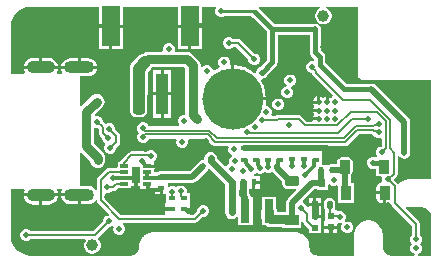
<source format=gbl>
G04*
G04 #@! TF.GenerationSoftware,Altium Limited,Altium Designer,22.10.1 (41)*
G04*
G04 Layer_Physical_Order=4*
G04 Layer_Color=16711680*
%FSLAX44Y44*%
%MOMM*%
G71*
G04*
G04 #@! TF.SameCoordinates,27488822-8B8A-45CA-B0CB-A5C5B456CCF3*
G04*
G04*
G04 #@! TF.FilePolarity,Positive*
G04*
G01*
G75*
%ADD10C,0.2500*%
%ADD11C,0.2000*%
%ADD23R,0.4500X0.6000*%
%ADD24R,0.6000X0.4500*%
G04:AMPARAMS|DCode=29|XSize=0.9144mm|YSize=1.2192mm|CornerRadius=0.2286mm|HoleSize=0mm|Usage=FLASHONLY|Rotation=90.000|XOffset=0mm|YOffset=0mm|HoleType=Round|Shape=RoundedRectangle|*
%AMROUNDEDRECTD29*
21,1,0.9144,0.7620,0,0,90.0*
21,1,0.4572,1.2192,0,0,90.0*
1,1,0.4572,0.3810,0.2286*
1,1,0.4572,0.3810,-0.2286*
1,1,0.4572,-0.3810,-0.2286*
1,1,0.4572,-0.3810,0.2286*
%
%ADD29ROUNDEDRECTD29*%
%ADD30R,1.2192X0.9144*%
%ADD33R,0.6000X0.5000*%
%ADD36C,1.0000*%
G04:AMPARAMS|DCode=91|XSize=1.1mm|YSize=2.4mm|CornerRadius=0.55mm|HoleSize=0mm|Usage=FLASHONLY|Rotation=270.000|XOffset=0mm|YOffset=0mm|HoleType=Round|Shape=RoundedRectangle|*
%AMROUNDEDRECTD91*
21,1,1.1000,1.3000,0,0,270.0*
21,1,0.0000,2.4000,0,0,270.0*
1,1,1.1000,-0.6500,0.0000*
1,1,1.1000,-0.6500,0.0000*
1,1,1.1000,0.6500,0.0000*
1,1,1.1000,0.6500,0.0000*
%
%ADD91ROUNDEDRECTD91*%
G04:AMPARAMS|DCode=92|XSize=1mm|YSize=2.55mm|CornerRadius=0.5mm|HoleSize=0mm|Usage=FLASHONLY|Rotation=270.000|XOffset=0mm|YOffset=0mm|HoleType=Round|Shape=RoundedRectangle|*
%AMROUNDEDRECTD92*
21,1,1.0000,1.5500,0,0,270.0*
21,1,0.0000,2.5500,0,0,270.0*
1,1,1.0000,-0.7750,0.0000*
1,1,1.0000,-0.7750,0.0000*
1,1,1.0000,0.7750,0.0000*
1,1,1.0000,0.7750,0.0000*
%
%ADD92ROUNDEDRECTD92*%
%ADD96C,0.3000*%
%ADD97C,0.1500*%
%ADD98C,0.4000*%
%ADD99C,0.5000*%
%ADD100C,0.6000*%
%ADD101C,0.8000*%
%ADD102C,0.5000*%
%ADD103C,5.2000*%
%ADD104C,0.6000*%
%ADD105R,0.9144X1.2192*%
G04:AMPARAMS|DCode=106|XSize=0.9144mm|YSize=1.2192mm|CornerRadius=0.2286mm|HoleSize=0mm|Usage=FLASHONLY|Rotation=180.000|XOffset=0mm|YOffset=0mm|HoleType=Round|Shape=RoundedRectangle|*
%AMROUNDEDRECTD106*
21,1,0.9144,0.7620,0,0,180.0*
21,1,0.4572,1.2192,0,0,180.0*
1,1,0.4572,-0.2286,0.3810*
1,1,0.4572,0.2286,0.3810*
1,1,0.4572,0.2286,-0.3810*
1,1,0.4572,-0.2286,-0.3810*
%
%ADD106ROUNDEDRECTD106*%
%ADD107R,0.8000X2.0000*%
G04:AMPARAMS|DCode=108|XSize=0.7mm|YSize=0.3mm|CornerRadius=0.075mm|HoleSize=0mm|Usage=FLASHONLY|Rotation=180.000|XOffset=0mm|YOffset=0mm|HoleType=Round|Shape=RoundedRectangle|*
%AMROUNDEDRECTD108*
21,1,0.7000,0.1500,0,0,180.0*
21,1,0.5500,0.3000,0,0,180.0*
1,1,0.1500,-0.2750,0.0750*
1,1,0.1500,0.2750,0.0750*
1,1,0.1500,0.2750,-0.0750*
1,1,0.1500,-0.2750,-0.0750*
%
%ADD108ROUNDEDRECTD108*%
%ADD109R,0.8000X1.3800*%
%ADD110R,0.7000X0.3000*%
G04:AMPARAMS|DCode=111|XSize=1mm|YSize=3.5mm|CornerRadius=0.25mm|HoleSize=0mm|Usage=FLASHONLY|Rotation=0.000|XOffset=0mm|YOffset=0mm|HoleType=Round|Shape=RoundedRectangle|*
%AMROUNDEDRECTD111*
21,1,1.0000,3.0000,0,0,0.0*
21,1,0.5000,3.5000,0,0,0.0*
1,1,0.5000,0.2500,-1.5000*
1,1,0.5000,-0.2500,-1.5000*
1,1,0.5000,-0.2500,1.5000*
1,1,0.5000,0.2500,1.5000*
%
%ADD111ROUNDEDRECTD111*%
%ADD112R,1.0000X3.5000*%
%ADD113R,1.5000X3.4000*%
%ADD114R,0.5590X0.6480*%
G04:AMPARAMS|DCode=115|XSize=0.648mm|YSize=0.559mm|CornerRadius=0.1398mm|HoleSize=0mm|Usage=FLASHONLY|Rotation=90.000|XOffset=0mm|YOffset=0mm|HoleType=Round|Shape=RoundedRectangle|*
%AMROUNDEDRECTD115*
21,1,0.6480,0.2795,0,0,90.0*
21,1,0.3685,0.5590,0,0,90.0*
1,1,0.2795,0.1398,0.1843*
1,1,0.2795,0.1398,-0.1843*
1,1,0.2795,-0.1398,-0.1843*
1,1,0.2795,-0.1398,0.1843*
%
%ADD115ROUNDEDRECTD115*%
%ADD116C,1.0000*%
G36*
X306156Y270000D02*
X306449Y268529D01*
X307282Y267282D01*
X308529Y266449D01*
X310000Y266156D01*
X367961D01*
Y182039D01*
X350000D01*
X349950Y182029D01*
X349900Y182037D01*
X348920Y181988D01*
X348773Y181952D01*
X348622D01*
X346699Y181569D01*
X346514Y181492D01*
X346317Y181453D01*
X344506Y180703D01*
X344339Y180592D01*
X344153Y180515D01*
X342523Y179426D01*
X342381Y179284D01*
X342214Y179172D01*
X341159Y178116D01*
X339852Y178064D01*
X339760Y178091D01*
X339637Y178151D01*
X339558Y178209D01*
X336999Y180767D01*
Y182347D01*
X338893Y184241D01*
X339611Y185316D01*
X339864Y186584D01*
Y201310D01*
X339925Y201340D01*
X341134Y201581D01*
X341201Y201418D01*
X341556Y201063D01*
X341835Y200645D01*
X342253Y200366D01*
X342608Y200011D01*
X343072Y199819D01*
X343489Y199540D01*
X343982Y199442D01*
X344445Y199250D01*
X344948D01*
X345440Y199152D01*
X345933Y199250D01*
X346435D01*
X346898Y199442D01*
X347391Y199540D01*
X347808Y199819D01*
X348272Y200011D01*
X348627Y200366D01*
X349045Y200645D01*
X349324Y201063D01*
X349679Y201418D01*
X349871Y201882D01*
X350150Y202299D01*
X350248Y202792D01*
X350440Y203255D01*
Y203757D01*
X350538Y204250D01*
Y229895D01*
X350150Y231846D01*
X349045Y233500D01*
X321117Y261427D01*
X320700Y261706D01*
X320345Y262061D01*
X319881Y262253D01*
X319463Y262532D01*
X318971Y262630D01*
X318507Y262822D01*
X318005D01*
X317512Y262920D01*
X317020Y262822D01*
X316518D01*
X316054Y262630D01*
X315562Y262532D01*
X315379Y262411D01*
X296528D01*
X278563Y280375D01*
Y285206D01*
X278214Y286962D01*
X277219Y288450D01*
X274518Y291152D01*
Y306621D01*
X274930Y307615D01*
Y309605D01*
X274169Y311442D01*
X272762Y312849D01*
X270925Y313610D01*
X268935D01*
X267941Y313198D01*
X235581D01*
X224361Y324418D01*
X223949Y325412D01*
X222670Y326691D01*
X222755Y327289D01*
X223060Y327961D01*
X274468D01*
X274636Y326691D01*
X274158Y326563D01*
X272562Y325641D01*
X271259Y324338D01*
X270337Y322742D01*
X269860Y320962D01*
Y319118D01*
X270337Y317338D01*
X271259Y315742D01*
X272562Y314439D01*
X274158Y313517D01*
X275938Y313040D01*
X277782D01*
X279562Y313517D01*
X281158Y314439D01*
X282461Y315742D01*
X283383Y317338D01*
X283860Y319118D01*
Y320962D01*
X283383Y322742D01*
X282461Y324338D01*
X281158Y325641D01*
X279562Y326563D01*
X279084Y326691D01*
X279251Y327961D01*
X306156D01*
Y270000D01*
D02*
G37*
G36*
X186367Y326788D02*
X186261Y326682D01*
X185500Y324845D01*
Y322855D01*
X186261Y321018D01*
X187668Y319611D01*
X189505Y318850D01*
X191495D01*
X193332Y319611D01*
X193748Y320027D01*
X215356D01*
X215471Y319748D01*
X216878Y318341D01*
X217872Y317929D01*
X229092Y306709D01*
Y282570D01*
X222952Y276431D01*
X221958Y276019D01*
X220551Y274612D01*
X219790Y272775D01*
Y272368D01*
X218805Y271875D01*
X218520Y271822D01*
X214958Y274410D01*
X210956Y276449D01*
X206683Y277837D01*
X202246Y278540D01*
X201270D01*
Y251270D01*
X228540D01*
Y252246D01*
X227837Y256683D01*
X226449Y260956D01*
X224410Y264958D01*
X224009Y265510D01*
X224656Y266780D01*
X225785D01*
X227622Y267541D01*
X229029Y268948D01*
X229441Y269942D01*
X236924Y277426D01*
X237919Y278914D01*
X238268Y280670D01*
Y304022D01*
X265342D01*
Y289251D01*
X265691Y287495D01*
X266686Y286007D01*
X269030Y283662D01*
X268923Y282227D01*
X268470Y281924D01*
X266480D01*
X264643Y281163D01*
X263236Y279756D01*
X262475Y277919D01*
Y275930D01*
X263236Y274092D01*
X264643Y272685D01*
X266480Y271924D01*
X266842D01*
X267048Y271718D01*
X267248Y270712D01*
X267966Y269637D01*
X284883Y252721D01*
X284635Y251476D01*
X284145Y251273D01*
X283500Y250628D01*
X282855Y251273D01*
X281270Y251929D01*
Y247000D01*
X278730D01*
Y251929D01*
X277145Y251273D01*
X276500Y250628D01*
X275855Y251273D01*
X274270Y251929D01*
Y247000D01*
X273000D01*
Y245730D01*
X268071D01*
X268727Y244145D01*
X269372Y243500D01*
X268727Y242855D01*
X268071Y241270D01*
X273000D01*
Y238730D01*
X268071D01*
X268727Y237145D01*
X269372Y236500D01*
X268727Y235855D01*
X268071Y234270D01*
X273000D01*
Y231730D01*
X268071D01*
X268083Y231700D01*
X267378Y230644D01*
X262993D01*
X258293Y235343D01*
X257218Y236061D01*
X255950Y236314D01*
X238372D01*
X237104Y236061D01*
X236311Y235532D01*
X233805D01*
X232957Y236802D01*
X233287Y237599D01*
Y239589D01*
X232526Y241426D01*
X231119Y242833D01*
X229282Y243594D01*
X228859D01*
X228034Y244560D01*
X228540Y247754D01*
Y248730D01*
X200000D01*
Y250000D01*
X198730D01*
Y278809D01*
X198040Y279676D01*
Y281665D01*
X197279Y283502D01*
X195872Y284909D01*
X194035Y285670D01*
X192045D01*
X190208Y284909D01*
X188801Y283502D01*
X188040Y281665D01*
Y279675D01*
X188801Y277838D01*
X189015Y277624D01*
X188613Y276229D01*
X185042Y274410D01*
X184347Y273905D01*
X183687Y274241D01*
X183169Y274619D01*
X182468Y276312D01*
X181062Y277718D01*
X179224Y278479D01*
X177235D01*
X175397Y277718D01*
X174196Y276517D01*
X173225Y276739D01*
X172926Y276907D01*
Y278130D01*
X172703Y279827D01*
X172048Y281408D01*
X171006Y282766D01*
X165926Y287846D01*
X164568Y288888D01*
X162987Y289543D01*
X161290Y289766D01*
X151638D01*
X150933Y290822D01*
X151050Y291105D01*
Y293095D01*
X150289Y294932D01*
X148882Y296339D01*
X147045Y297100D01*
X145055D01*
X143218Y296339D01*
X141811Y294932D01*
X141050Y293095D01*
Y291105D01*
X141167Y290822D01*
X140462Y289766D01*
X128270D01*
X126573Y289543D01*
X124992Y288888D01*
X123812Y287982D01*
X123772Y287977D01*
X121948Y287221D01*
X120381Y286019D01*
X115151Y280789D01*
X113949Y279222D01*
X113193Y277398D01*
X112935Y275440D01*
Y254042D01*
X113193Y252084D01*
X113412Y251556D01*
Y239042D01*
X113761Y237286D01*
X114756Y235798D01*
X116244Y234803D01*
X118000Y234454D01*
X123000D01*
X124756Y234803D01*
X126244Y235798D01*
X127239Y237286D01*
X127588Y239042D01*
Y251556D01*
X127807Y252084D01*
X128065Y254042D01*
Y272306D01*
X131079Y275321D01*
X132102Y276654D01*
X158574D01*
X159814Y275414D01*
Y237313D01*
X159749Y236216D01*
X158578Y236140D01*
X157755D01*
X155918Y235379D01*
X154511Y233972D01*
X153750Y232135D01*
Y230145D01*
X154511Y228308D01*
X155000Y227819D01*
X154474Y226549D01*
X129200D01*
X128648Y227881D01*
X127242Y229288D01*
X125404Y230049D01*
X123415D01*
X121577Y229288D01*
X120171Y227881D01*
X119410Y226044D01*
Y224055D01*
X120171Y222217D01*
X121043Y221345D01*
X120171Y220473D01*
X119410Y218635D01*
Y216646D01*
X120171Y214809D01*
X121577Y213402D01*
X123415Y212641D01*
X125404D01*
X127242Y213402D01*
X128648Y214809D01*
X129200Y216141D01*
X152077D01*
X152783Y215085D01*
X152480Y214355D01*
Y212365D01*
X153241Y210528D01*
X154648Y209121D01*
X156485Y208360D01*
X158475D01*
X160312Y209121D01*
X161719Y210528D01*
X162480Y212365D01*
Y214355D01*
X162177Y215085D01*
X162883Y216141D01*
X177637D01*
X183051Y210727D01*
X184209Y209953D01*
X185575Y209681D01*
X196126D01*
X196832Y208625D01*
X196575Y208005D01*
Y206015D01*
X197336Y204178D01*
X198743Y202771D01*
X199187Y202587D01*
X199218Y201225D01*
X197811Y199818D01*
X197050Y197981D01*
Y195992D01*
X197412Y195118D01*
X196541Y194757D01*
X195134Y193351D01*
X195089Y193242D01*
X193843Y192994D01*
X187161Y199676D01*
X186791Y201536D01*
X185575Y203355D01*
X183756Y204571D01*
X181610Y204998D01*
X179464Y204571D01*
X177645Y203355D01*
X176429Y201536D01*
X176002Y199390D01*
Y199284D01*
X175260Y198138D01*
X174768Y198040D01*
X174265D01*
X173802Y197848D01*
X173309Y197750D01*
X172892Y197471D01*
X172428Y197279D01*
X172073Y196924D01*
X171655Y196645D01*
X163928Y188918D01*
X139700D01*
X137749Y188530D01*
X137061Y188070D01*
X134700D01*
Y188070D01*
X133510Y188263D01*
Y190364D01*
X133859Y190886D01*
X134011Y191650D01*
X129628D01*
X129571Y191688D01*
X128010Y191999D01*
Y194190D01*
X134011D01*
X133859Y194954D01*
X133277Y195825D01*
X133421Y197260D01*
X133642Y197351D01*
X135049Y198758D01*
X135810Y200595D01*
Y202585D01*
X135049Y204422D01*
X133642Y205829D01*
X131805Y206590D01*
X129815D01*
X127978Y205829D01*
X127393Y205244D01*
X126165D01*
X125310Y205414D01*
X114470D01*
X113202Y205161D01*
X112127Y204443D01*
X105867Y198183D01*
X105149Y197108D01*
X105012Y196420D01*
X102710D01*
Y192270D01*
X101440Y191403D01*
X101235Y191444D01*
X95420D01*
X94152Y191191D01*
X93077Y190473D01*
X86387Y183783D01*
X85669Y182708D01*
X85416Y181440D01*
Y172991D01*
X84146Y172615D01*
X83178Y173878D01*
X81602Y175086D01*
X79768Y175846D01*
X77800Y176105D01*
X70789D01*
Y203893D01*
X72059Y204419D01*
X79352Y197126D01*
X79486Y196113D01*
X80141Y194531D01*
X81183Y193174D01*
X82540Y192132D01*
X84122Y191477D01*
X85818Y191253D01*
X87515Y191477D01*
X89096Y192132D01*
X90454Y193174D01*
X91496Y194531D01*
X92151Y196113D01*
X92374Y197809D01*
Y199932D01*
X92151Y201628D01*
X91496Y203210D01*
X90454Y204568D01*
X82756Y212266D01*
Y225055D01*
X83812Y225760D01*
X84440Y225500D01*
X85388D01*
X86601Y224287D01*
Y221168D01*
X86873Y219802D01*
X87647Y218644D01*
X89243Y217048D01*
Y216100D01*
X90004Y214263D01*
X91411Y212856D01*
X91989Y212616D01*
X92287Y211118D01*
X92281Y211112D01*
X91520Y209275D01*
Y207285D01*
X92281Y205448D01*
X93688Y204041D01*
X95525Y203280D01*
X97515D01*
X99352Y204041D01*
X100759Y205448D01*
X101520Y207285D01*
Y208233D01*
X103953Y210667D01*
X104727Y211824D01*
X104999Y213190D01*
Y218709D01*
X104727Y220074D01*
X103953Y221232D01*
X100795Y224391D01*
Y225338D01*
X100034Y227176D01*
X98627Y228583D01*
X96789Y229344D01*
X94800D01*
X92962Y228583D01*
X92681Y228301D01*
X90435Y230547D01*
Y231495D01*
X89674Y233332D01*
X88267Y234739D01*
X86430Y235500D01*
X84440D01*
X84032Y235331D01*
X83313Y236408D01*
X89702Y242796D01*
X90744Y244154D01*
X91399Y245735D01*
X91622Y247432D01*
X91399Y249129D01*
X90744Y250710D01*
X89702Y252068D01*
X88344Y253110D01*
X86763Y253765D01*
X85066Y253988D01*
X83369Y253765D01*
X81788Y253110D01*
X80430Y252068D01*
X72059Y243697D01*
X70789Y244223D01*
Y268895D01*
X77800D01*
X79768Y269154D01*
X81602Y269914D01*
X83178Y271122D01*
X84386Y272698D01*
X85146Y274532D01*
X85238Y275230D01*
X70050D01*
X54862D01*
X54954Y274532D01*
X55714Y272698D01*
X55921Y272428D01*
X55359Y271289D01*
X51821D01*
X51655Y271628D01*
X51320Y272559D01*
X52083Y274401D01*
X52192Y275230D01*
X37750D01*
X23308D01*
X23417Y274401D01*
X24180Y272559D01*
X23846Y271628D01*
X23679Y271289D01*
X12039D01*
Y310000D01*
Y311769D01*
X12729Y315239D01*
X14083Y318508D01*
X16049Y321449D01*
X18551Y323951D01*
X21492Y325917D01*
X24761Y327271D01*
X28231Y327961D01*
X30000Y327961D01*
X86960Y327961D01*
Y312812D01*
X107040D01*
Y327961D01*
X153960D01*
Y312812D01*
X174040D01*
Y327961D01*
X185881D01*
X186367Y326788D01*
D02*
G37*
G36*
X317481Y219762D02*
X318639Y218988D01*
X319563Y218805D01*
X319611Y218688D01*
X321018Y217281D01*
X322855Y216520D01*
X324845D01*
X325616Y216840D01*
X326886Y215991D01*
Y209653D01*
X326704Y209470D01*
X325395D01*
X323558Y208709D01*
X322151Y207302D01*
X321390Y205465D01*
Y203475D01*
X322151Y201638D01*
X322270Y201519D01*
X322172Y201284D01*
X321370Y200346D01*
X320193Y200572D01*
X319765Y200750D01*
X317775D01*
X315938Y199989D01*
X314531Y198582D01*
X313770Y196745D01*
Y194755D01*
X314531Y192918D01*
X315938Y191511D01*
X317775Y190750D01*
X319765D01*
X320099Y190889D01*
X321370Y190113D01*
Y184154D01*
X325969D01*
X326674Y183098D01*
X326470Y182605D01*
Y180615D01*
X326695Y180071D01*
X325856Y178779D01*
X324634Y178536D01*
X323038Y177469D01*
X321971Y175873D01*
X321596Y173990D01*
Y171450D01*
X328803D01*
Y170180D01*
X330073D01*
Y161450D01*
X331089D01*
X332703Y161771D01*
X333017Y161793D01*
X334098Y161049D01*
X334189Y160592D01*
X334907Y159517D01*
X352286Y142137D01*
Y134567D01*
X351361Y133642D01*
X350600Y131805D01*
Y129815D01*
X351361Y127978D01*
X352339Y127000D01*
X351361Y126022D01*
X350600Y124185D01*
Y122195D01*
X351361Y120358D01*
X352768Y118951D01*
X354318Y118309D01*
X354065Y117039D01*
X334216D01*
X332678Y117345D01*
X331229Y117945D01*
X329925Y118816D01*
X328816Y119925D01*
X327945Y121229D01*
X327345Y122678D01*
X327039Y124216D01*
Y135000D01*
X327029Y135050D01*
X327037Y135100D01*
X326988Y136080D01*
X326952Y136227D01*
Y136378D01*
X326569Y138301D01*
X326492Y138486D01*
X326453Y138683D01*
X325703Y140494D01*
X325592Y140661D01*
X325515Y140847D01*
X324426Y142477D01*
X324283Y142619D01*
X324172Y142786D01*
X322786Y144172D01*
X322619Y144284D01*
X322477Y144425D01*
X320847Y145515D01*
X320661Y145591D01*
X320494Y145703D01*
X318683Y146453D01*
X318486Y146492D01*
X318301Y146569D01*
X316378Y146952D01*
X316227D01*
X316080Y146988D01*
X315100Y147037D01*
X315000Y147022D01*
X314900Y147037D01*
X313920Y146988D01*
X313773Y146952D01*
X313622D01*
X311699Y146569D01*
X311514Y146492D01*
X311317Y146453D01*
X309506Y145703D01*
X309339Y145591D01*
X309153Y145515D01*
X307523Y144425D01*
X307381Y144283D01*
X307214Y144172D01*
X305828Y142786D01*
X305716Y142619D01*
X305574Y142477D01*
X304485Y140847D01*
X304408Y140661D01*
X304297Y140494D01*
X303547Y138683D01*
X303508Y138486D01*
X303431Y138301D01*
X303048Y136378D01*
Y136227D01*
X303012Y136080D01*
X302963Y135100D01*
X302971Y135050D01*
X302961Y135000D01*
Y117039D01*
X272216D01*
X270678Y117345D01*
X269229Y117945D01*
X267925Y118816D01*
X266816Y119925D01*
X265945Y121229D01*
X265345Y122678D01*
X265039Y124216D01*
X265039Y125000D01*
X265029Y125050D01*
X265037Y125100D01*
X264988Y126080D01*
X264952Y126227D01*
Y126378D01*
X264569Y128301D01*
X264492Y128486D01*
X264453Y128683D01*
X263703Y130494D01*
X263591Y130661D01*
X263515Y130847D01*
X262425Y132477D01*
X262283Y132619D01*
X262172Y132786D01*
X260786Y134172D01*
X260619Y134284D01*
X260477Y134425D01*
X258847Y135515D01*
X258661Y135591D01*
X258494Y135703D01*
X256683Y136453D01*
X256486Y136492D01*
X256301Y136569D01*
X254378Y136952D01*
X254227D01*
X254080Y136988D01*
X253100Y137037D01*
X253050Y137029D01*
X253000Y137039D01*
X133000Y137039D01*
X132950Y137029D01*
X132900Y137037D01*
X131920Y136988D01*
X131773Y136952D01*
X131622D01*
X129699Y136569D01*
X129514Y136492D01*
X129317Y136453D01*
X127506Y135703D01*
X127339Y135591D01*
X127153Y135515D01*
X125523Y134425D01*
X125381Y134284D01*
X125214Y134172D01*
X123828Y132786D01*
X123716Y132619D01*
X123574Y132477D01*
X122485Y130847D01*
X122409Y130661D01*
X122297Y130494D01*
X121547Y128683D01*
X121508Y128486D01*
X121431Y128301D01*
X121048Y126378D01*
Y126227D01*
X121012Y126080D01*
X120963Y125100D01*
X120971Y125050D01*
X120961Y125000D01*
X120961Y124216D01*
X120655Y122678D01*
X120055Y121229D01*
X119184Y119925D01*
X118075Y118816D01*
X116771Y117945D01*
X115322Y117345D01*
X113784Y117039D01*
X28231D01*
X24761Y117729D01*
X21492Y119083D01*
X18551Y121049D01*
X16049Y123551D01*
X14083Y126492D01*
X12729Y129761D01*
X12039Y133231D01*
Y135000D01*
Y173711D01*
X23679D01*
X23846Y173372D01*
X24180Y172441D01*
X23417Y170599D01*
X23308Y169770D01*
X37750D01*
X52192D01*
X52083Y170599D01*
X51320Y172441D01*
X51655Y173372D01*
X51821Y173711D01*
X55359D01*
X55921Y172572D01*
X55714Y172303D01*
X54954Y170468D01*
X54862Y169770D01*
X70050D01*
Y168500D01*
X71320D01*
Y160895D01*
X77800D01*
X79768Y161154D01*
X81602Y161914D01*
X83178Y163122D01*
X84146Y164385D01*
X85416Y164009D01*
Y164000D01*
X85669Y162732D01*
X86387Y161657D01*
X95724Y152320D01*
X95198Y151050D01*
X94255D01*
X92418Y150289D01*
X91011Y148882D01*
X90250Y147045D01*
Y146097D01*
X82342Y138189D01*
X28902D01*
X28232Y138859D01*
X26395Y139620D01*
X24405D01*
X22568Y138859D01*
X21161Y137452D01*
X20400Y135615D01*
Y133625D01*
X21161Y131788D01*
X22568Y130381D01*
X24405Y129620D01*
X26395D01*
X28232Y130381D01*
X28902Y131051D01*
X75085D01*
X75536Y129781D01*
X74757Y128432D01*
X74280Y126652D01*
Y124808D01*
X74757Y123028D01*
X75679Y121432D01*
X76982Y120129D01*
X78578Y119207D01*
X80358Y118730D01*
X82202D01*
X83982Y119207D01*
X85578Y120129D01*
X86881Y121432D01*
X87803Y123028D01*
X88280Y124808D01*
Y126652D01*
X87803Y128432D01*
X86881Y130028D01*
X86341Y130568D01*
X86343Y132097D01*
X95297Y141050D01*
X96245D01*
X98082Y141811D01*
X98331Y142060D01*
X99408Y141340D01*
X99140Y140695D01*
Y138705D01*
X99901Y136868D01*
X101308Y135461D01*
X103145Y134700D01*
X105135D01*
X106972Y135461D01*
X108379Y136868D01*
X109140Y138705D01*
Y140695D01*
X108379Y142532D01*
X107075Y143836D01*
X107129Y144311D01*
X107464Y145106D01*
X168423D01*
X169691Y145359D01*
X170766Y146077D01*
X174629Y149940D01*
X176255D01*
X178092Y150701D01*
X179499Y152108D01*
X180260Y153945D01*
Y155935D01*
X179499Y157772D01*
X178092Y159179D01*
X176255Y159940D01*
X174265D01*
X172428Y159179D01*
X171021Y157772D01*
X170260Y155935D01*
Y154944D01*
X167050Y151734D01*
X165553D01*
X164290Y151750D01*
X164290Y153004D01*
Y155270D01*
X158750D01*
Y157810D01*
X164290D01*
X164290Y161330D01*
X163750Y162376D01*
X163750Y170290D01*
X161321D01*
X161210Y170455D01*
Y172445D01*
X160449Y174282D01*
X159042Y175689D01*
X157205Y176450D01*
X155215D01*
X153378Y175689D01*
X152433Y174744D01*
X151963Y175213D01*
X150125Y175975D01*
X148136D01*
X146510Y175301D01*
X145240Y175814D01*
Y178722D01*
X166040D01*
X167991Y179110D01*
X169645Y180215D01*
X178865Y189435D01*
X179144Y189853D01*
X179499Y190208D01*
X180843Y190133D01*
X193782Y177194D01*
Y153670D01*
X194209Y151524D01*
X195425Y149705D01*
X197244Y148489D01*
X199390Y148062D01*
X201536Y148489D01*
X203355Y149705D01*
X203710Y150236D01*
X204980Y149850D01*
Y142940D01*
X216980D01*
Y166940D01*
X215553D01*
X215161Y168909D01*
X214218Y170321D01*
Y173530D01*
X216840D01*
Y179070D01*
X218110D01*
Y180340D01*
X222900D01*
Y184610D01*
X218065D01*
X217812Y185880D01*
X218732Y186261D01*
X219872Y187401D01*
X220540Y186733D01*
X222377Y185972D01*
X224367D01*
X226204Y186733D01*
X227294Y187823D01*
X227512Y187604D01*
X229350Y186843D01*
X231339D01*
X233176Y187604D01*
X233404Y187832D01*
X233885Y187784D01*
X242010Y179659D01*
Y177927D01*
X242343Y176255D01*
X243290Y174837D01*
X244708Y173890D01*
X246380Y173557D01*
X253451D01*
X253977Y172287D01*
X246585Y164895D01*
X245480Y163241D01*
X245092Y161290D01*
Y154382D01*
X237536D01*
Y154940D01*
X237313Y156637D01*
X236980Y157440D01*
Y166940D01*
X224980D01*
Y157440D01*
X224647Y156637D01*
X224424Y154940D01*
Y148940D01*
X224647Y147243D01*
X224980Y146440D01*
Y142940D01*
X227784D01*
X228816Y142148D01*
X230397Y141493D01*
X232094Y141270D01*
X242094D01*
Y140875D01*
X258286D01*
Y145630D01*
X259556Y145755D01*
X259645Y145308D01*
X260419Y144150D01*
X264500Y140068D01*
Y136115D01*
X274500D01*
Y144529D01*
X275040Y145575D01*
X275040Y145575D01*
X275040Y145575D01*
Y149345D01*
X269500D01*
Y151885D01*
X275040D01*
Y154564D01*
X275110D01*
Y159074D01*
X269775D01*
X264440D01*
Y158645D01*
X263170Y157996D01*
X262810Y158256D01*
Y158475D01*
X262049Y160312D01*
X260642Y161719D01*
X259923Y162017D01*
X259625Y163515D01*
X269266Y173156D01*
X271205D01*
Y173014D01*
X280795D01*
Y176731D01*
X280873Y177125D01*
X282251Y177543D01*
X282918Y176876D01*
X284755Y176115D01*
X286745D01*
X288195Y176716D01*
X289465Y176100D01*
Y162084D01*
X302609D01*
Y178276D01*
X300704D01*
Y185578D01*
X301499Y186768D01*
X301831Y188440D01*
Y196060D01*
X301499Y197732D01*
X300552Y199150D01*
X299134Y200097D01*
X297462Y200430D01*
X292890D01*
X291217Y200097D01*
X289799Y199150D01*
X288852Y197732D01*
X288520Y196060D01*
Y194828D01*
X284400D01*
X282449Y194440D01*
X282135Y194230D01*
X280170D01*
X279900Y194230D01*
Y194230D01*
X278900D01*
Y194230D01*
X275510D01*
Y202114D01*
X276050Y203160D01*
X276050Y203160D01*
X276050Y203160D01*
Y206680D01*
X270510D01*
Y209220D01*
X276050D01*
Y209981D01*
X295644D01*
X297010Y210253D01*
X298168Y211027D01*
X307093Y219951D01*
X317292D01*
X317481Y219762D01*
D02*
G37*
G36*
X119380Y175980D02*
X121970D01*
Y173880D01*
X126740D01*
Y177920D01*
X129280D01*
Y173880D01*
X134050D01*
X134160Y172656D01*
Y169530D01*
X138430D01*
Y174320D01*
X140970D01*
Y169530D01*
X143590D01*
X143590Y162376D01*
X143050Y161330D01*
X143050Y160744D01*
Y157810D01*
X148590D01*
Y155270D01*
X143050D01*
X143050Y151750D01*
X141787Y151734D01*
X105683D01*
X92044Y165373D01*
Y169631D01*
X92985Y170260D01*
X94975D01*
X96812Y171021D01*
X97737Y171946D01*
X98865D01*
X100133Y172199D01*
X101208Y172917D01*
X102711Y174420D01*
X113710D01*
Y175980D01*
X116840D01*
Y185420D01*
X119380D01*
Y175980D01*
D02*
G37*
G36*
X348622Y158048D02*
X348773D01*
X348920Y158012D01*
X349900Y157963D01*
X349950Y157971D01*
X350000Y157961D01*
X360784Y157961D01*
X362322Y157655D01*
X363771Y157055D01*
X365075Y156184D01*
X366184Y155075D01*
X367055Y153771D01*
X367655Y152322D01*
X367961Y150784D01*
X367961Y117039D01*
X357135D01*
X356882Y118309D01*
X358432Y118951D01*
X359839Y120358D01*
X360600Y122195D01*
Y124185D01*
X359839Y126022D01*
X358861Y127000D01*
X359839Y127978D01*
X360600Y129815D01*
Y131805D01*
X359839Y133642D01*
X358914Y134567D01*
Y143510D01*
X358661Y144778D01*
X357943Y145853D01*
X346651Y157146D01*
X347276Y158316D01*
X348622Y158048D01*
D02*
G37*
%LPC*%
G36*
X174040Y310272D02*
X165270D01*
Y292002D01*
X174040D01*
Y310272D01*
D02*
G37*
G36*
X162730D02*
X153960D01*
Y292002D01*
X162730D01*
Y310272D01*
D02*
G37*
G36*
X107040D02*
X98270D01*
Y292002D01*
X107040D01*
Y310272D01*
D02*
G37*
G36*
X95730D02*
X86960D01*
Y292002D01*
X95730D01*
Y310272D01*
D02*
G37*
G36*
X197845Y302180D02*
X195855D01*
X194018Y301419D01*
X192611Y300012D01*
X191850Y298175D01*
Y296185D01*
X192611Y294348D01*
X194018Y292941D01*
X195855Y292180D01*
X197845D01*
X199682Y292941D01*
X200607Y293866D01*
X203097D01*
X213440Y283524D01*
Y282215D01*
X214201Y280378D01*
X215608Y278971D01*
X217445Y278210D01*
X219435D01*
X221272Y278971D01*
X222679Y280378D01*
X223440Y282215D01*
Y284205D01*
X222679Y286042D01*
X221272Y287449D01*
X219435Y288210D01*
X218126D01*
X206813Y299523D01*
X205738Y300241D01*
X204470Y300494D01*
X200607D01*
X199682Y301419D01*
X197845Y302180D01*
D02*
G37*
G36*
X77800Y284105D02*
X71320D01*
Y277770D01*
X85238D01*
X85146Y278468D01*
X84386Y280303D01*
X83178Y281878D01*
X81602Y283086D01*
X79768Y283846D01*
X77800Y284105D01*
D02*
G37*
G36*
X68780D02*
X62300D01*
X60332Y283846D01*
X58498Y283086D01*
X56922Y281878D01*
X55714Y280303D01*
X54954Y278468D01*
X54862Y277770D01*
X68780D01*
Y284105D01*
D02*
G37*
G36*
X44250Y284609D02*
X39020D01*
Y277770D01*
X52192D01*
X52083Y278599D01*
X51273Y280555D01*
X49984Y282234D01*
X48305Y283523D01*
X46349Y284333D01*
X44250Y284609D01*
D02*
G37*
G36*
X36480D02*
X31250D01*
X29151Y284333D01*
X27195Y283523D01*
X25516Y282234D01*
X24227Y280555D01*
X23417Y278599D01*
X23308Y277770D01*
X36480D01*
Y284609D01*
D02*
G37*
G36*
X148040Y274082D02*
X141770D01*
Y255312D01*
X148040D01*
Y274082D01*
D02*
G37*
G36*
X139230D02*
X132960D01*
Y255312D01*
X139230D01*
Y274082D01*
D02*
G37*
G36*
X249915Y270430D02*
X247925D01*
X246088Y269669D01*
X244681Y268262D01*
X243920Y266425D01*
Y264435D01*
X244681Y262598D01*
X245739Y261540D01*
X245489Y260642D01*
X245315Y260241D01*
X243548Y259509D01*
X242141Y258102D01*
X241380Y256265D01*
Y254275D01*
X242141Y252438D01*
X243548Y251031D01*
X245385Y250270D01*
X247375D01*
X249212Y251031D01*
X250619Y252438D01*
X251380Y254275D01*
Y256265D01*
X250619Y258102D01*
X249561Y259160D01*
X249811Y260058D01*
X249984Y260459D01*
X251752Y261191D01*
X253159Y262598D01*
X253920Y264435D01*
Y266425D01*
X253159Y268262D01*
X251752Y269669D01*
X249915Y270430D01*
D02*
G37*
G36*
X271730Y251929D02*
X270145Y251273D01*
X268727Y249855D01*
X268071Y248270D01*
X271730D01*
Y251929D01*
D02*
G37*
G36*
X239755Y250110D02*
X237765D01*
X235928Y249349D01*
X234521Y247942D01*
X233760Y246105D01*
Y244115D01*
X234521Y242278D01*
X235928Y240871D01*
X237765Y240110D01*
X239755D01*
X241592Y240871D01*
X242999Y242278D01*
X243760Y244115D01*
Y246105D01*
X242999Y247942D01*
X241592Y249349D01*
X239755Y250110D01*
D02*
G37*
G36*
X148040Y252772D02*
X141770D01*
Y234002D01*
X148040D01*
Y252772D01*
D02*
G37*
G36*
X139230D02*
X132960D01*
Y234002D01*
X139230D01*
Y252772D01*
D02*
G37*
G36*
X222900Y177800D02*
X219380D01*
Y173530D01*
X222900D01*
Y177800D01*
D02*
G37*
G36*
X275110Y166124D02*
X271045D01*
Y161614D01*
X275110D01*
Y166124D01*
D02*
G37*
G36*
X268505D02*
X264440D01*
Y161614D01*
X268505D01*
Y166124D01*
D02*
G37*
G36*
X327533Y168910D02*
X321596D01*
Y166370D01*
X321971Y164487D01*
X323038Y162891D01*
X324634Y161824D01*
X326517Y161450D01*
X327533D01*
Y168910D01*
D02*
G37*
G36*
X68780Y167230D02*
X54862D01*
X54954Y166532D01*
X55714Y164697D01*
X56922Y163122D01*
X58498Y161914D01*
X60332Y161154D01*
X62300Y160895D01*
X68780D01*
Y167230D01*
D02*
G37*
G36*
X52192Y167230D02*
X39020D01*
Y160391D01*
X44250D01*
X46349Y160667D01*
X48305Y161477D01*
X49984Y162766D01*
X51273Y164445D01*
X52083Y166401D01*
X52192Y167230D01*
D02*
G37*
G36*
X36480D02*
X23308D01*
X23417Y166401D01*
X24227Y164445D01*
X25516Y162766D01*
X27195Y161477D01*
X29151Y160667D01*
X31250Y160391D01*
X36480D01*
Y167230D01*
D02*
G37*
G36*
X288750Y139780D02*
X284480D01*
Y136010D01*
X288750D01*
Y139780D01*
D02*
G37*
G36*
X281940D02*
X277670D01*
Y136010D01*
X281940D01*
Y139780D01*
D02*
G37*
G36*
X283622Y165651D02*
X280828D01*
X279502Y165387D01*
X278378Y164636D01*
X277627Y163512D01*
X277363Y162187D01*
Y158502D01*
X277627Y157176D01*
X277940Y156708D01*
X278210Y155550D01*
X278210Y155550D01*
X278210Y155550D01*
Y147136D01*
X277670Y146090D01*
X277670Y146090D01*
X277670Y146090D01*
Y142320D01*
X283210D01*
X288750D01*
Y144167D01*
X289806Y144872D01*
X289835Y144860D01*
X291825D01*
X292470Y145127D01*
X293190Y144051D01*
X292941Y143802D01*
X292180Y141965D01*
Y139975D01*
X292941Y138138D01*
X294348Y136731D01*
X296185Y135970D01*
X298175D01*
X300012Y136731D01*
X301419Y138138D01*
X302180Y139975D01*
Y141965D01*
X301419Y143802D01*
X300012Y145209D01*
X298175Y145970D01*
X296185D01*
X295540Y145702D01*
X294820Y146779D01*
X295069Y147028D01*
X295830Y148865D01*
Y150855D01*
X295069Y152692D01*
X293662Y154099D01*
X291825Y154860D01*
X289835D01*
X289266Y154624D01*
X288210Y155330D01*
Y155550D01*
X287264D01*
X286585Y156820D01*
X286823Y157176D01*
X287087Y158502D01*
Y162187D01*
X286823Y163512D01*
X286072Y164636D01*
X284948Y165387D01*
X283622Y165651D01*
D02*
G37*
%LPD*%
D10*
X217764Y323850D02*
X219034Y322580D01*
X219710D01*
X190500Y323850D02*
X217764D01*
D11*
X185575Y213250D02*
X236472D01*
X125730Y219710D02*
X179115D01*
X125730Y222980D02*
X180469D01*
X186929Y216520D01*
X179115Y219710D02*
X185575Y213250D01*
X186929Y216520D02*
X235117D01*
X124410Y224300D02*
X125730Y222980D01*
X124410Y224300D02*
Y225049D01*
Y217641D02*
Y218389D01*
X125730Y219710D01*
X235117Y216520D02*
X235417Y216820D01*
X236472Y213250D02*
X236772Y213550D01*
X235417Y216820D02*
X294290D01*
X236772Y213550D02*
X295644D01*
X305614Y223520D01*
X294290Y216820D02*
X304260Y226790D01*
X283826Y150434D02*
X290256D01*
X290830Y149860D01*
X283210Y151050D02*
X283826Y150434D01*
X323085Y228025D02*
X323850Y228790D01*
X320005Y228025D02*
X323085D01*
X304260Y226790D02*
X318770D01*
X320005Y228025D01*
X305614Y223520D02*
X318770D01*
X323085Y222285D02*
X323850Y221520D01*
X318770Y223520D02*
X320005Y222285D01*
X323085D01*
X269000Y140615D02*
X269500D01*
X262942Y146673D02*
X269000Y140615D01*
X262942Y146673D02*
Y152348D01*
X257810Y157480D02*
X262942Y152348D01*
X282225Y152035D02*
X283210Y151050D01*
X282225Y152035D02*
Y160344D01*
X156210Y171450D02*
X156750Y170910D01*
Y167290D02*
Y170910D01*
X148590Y166370D02*
X149131Y166911D01*
Y170975D01*
X85435Y230500D02*
X90170Y225765D01*
Y221168D02*
Y225765D01*
Y221168D02*
X94243Y217095D01*
X156750Y167290D02*
X158000Y166040D01*
X158750D01*
X83820Y134620D02*
X95250Y146050D01*
X25400Y134620D02*
X83820D01*
X96520Y208280D02*
X101430Y213190D01*
Y218709D01*
X95795Y224344D02*
X101430Y218709D01*
D23*
X208610Y179070D02*
D03*
X218110D02*
D03*
X284150Y189230D02*
D03*
X274650D02*
D03*
D24*
X158750Y156540D02*
D03*
Y166040D02*
D03*
X148590Y156540D02*
D03*
Y166040D02*
D03*
X270510Y207950D02*
D03*
Y198450D02*
D03*
X209550D02*
D03*
Y207950D02*
D03*
X139700Y183820D02*
D03*
Y174320D02*
D03*
X219710Y207950D02*
D03*
Y198450D02*
D03*
X240030Y207950D02*
D03*
Y198450D02*
D03*
X229870Y207950D02*
D03*
Y198450D02*
D03*
X250500Y208250D02*
D03*
Y198750D02*
D03*
X260497Y208500D02*
D03*
Y199000D02*
D03*
D29*
X250190Y180213D02*
D03*
D30*
Y147447D02*
D03*
D33*
X269500Y150615D02*
D03*
Y140615D02*
D03*
X283210Y151050D02*
D03*
Y141050D02*
D03*
D36*
X81280Y125730D02*
D03*
X276860Y320040D02*
D03*
D91*
X37750Y168500D02*
D03*
Y276500D02*
D03*
D92*
X70050Y168500D02*
D03*
Y276500D02*
D03*
D96*
X130810Y153670D02*
X131351D01*
X134221Y156540D02*
X148590D01*
X131351Y153670D02*
X134221Y156540D01*
X158750D02*
X159500D01*
X161987Y154053D02*
X164717D01*
X165100Y153670D01*
X159500Y156540D02*
X161987Y154053D01*
X209550Y198450D02*
X210300D01*
X211050Y195549D02*
X215900Y190699D01*
Y190500D02*
Y190699D01*
X210300Y198450D02*
X211050Y197700D01*
Y195549D02*
Y197700D01*
X122807Y161673D02*
X127887D01*
X118110Y166370D02*
X122807Y161673D01*
X127887D02*
X128270Y161290D01*
X118110Y166370D02*
Y185420D01*
X96608Y311150D02*
X97000Y311542D01*
X83820Y311150D02*
X96608D01*
X164000Y311542D02*
X164878Y312420D01*
X176530D01*
X261620Y185420D02*
X269010Y192810D01*
Y197700D01*
X269760Y198450D02*
X270510D01*
X269010Y197700D02*
X269760Y198450D01*
X260424Y193114D02*
Y198926D01*
X260350Y193040D02*
X260424Y193114D01*
Y198926D02*
X260497Y199000D01*
X283210Y134620D02*
Y141050D01*
X108210Y182920D02*
X115610D01*
X99060Y182880D02*
X99100Y182920D01*
X108210D01*
X126110Y192920D02*
Y193977D01*
X123237Y196850D02*
X126110Y193977D01*
X123190Y196850D02*
X123237D01*
X126110Y192920D02*
X128010D01*
X138950Y174320D02*
X139700D01*
X128270Y172720D02*
X137350D01*
X138950Y174320D01*
X128140Y172850D02*
Y177920D01*
X128010D02*
X128140D01*
Y172850D02*
X128270Y172720D01*
X115610Y182920D02*
X118110Y185420D01*
X128010Y182920D02*
Y187920D01*
X138950Y183820D02*
X139700D01*
X128010Y182920D02*
X138050D01*
X138950Y183820D01*
X250345Y198595D02*
X250500Y198750D01*
X250345Y193575D02*
Y198595D01*
X250190Y193420D02*
X250345Y193575D01*
X237490Y193581D02*
X238530Y194621D01*
Y197700D01*
X237490Y193040D02*
Y193581D01*
X239280Y198450D02*
X240030D01*
X238530Y197700D02*
X239280Y198450D01*
X230107Y192080D02*
Y198213D01*
Y192080D02*
X230344Y191843D01*
X229870Y198450D02*
X230107Y198213D01*
X223372Y190972D02*
Y191513D01*
X221210Y193675D02*
X223372Y191513D01*
X221210Y193675D02*
Y197700D01*
X220460Y198450D02*
X221210Y197700D01*
X219710Y198450D02*
X220460D01*
D97*
X88730Y164000D02*
X104310Y148420D01*
X168423D01*
X174943Y154940D01*
X217356Y220750D02*
X289175D01*
X216756Y221350D02*
X217356Y220750D01*
X212809Y221350D02*
X216756D01*
X212139Y222020D02*
X212809Y221350D01*
X130470Y201930D02*
X130810Y201590D01*
X125480Y201930D02*
X130470D01*
X125310Y202100D02*
X125480Y201930D01*
X88730Y164000D02*
Y181440D01*
X267475Y275977D02*
X270310Y273143D01*
X267475Y275977D02*
Y276924D01*
X270310Y271980D02*
Y273143D01*
Y271980D02*
X293370Y248920D01*
X204470Y297180D02*
X218440Y283210D01*
X293370Y248920D02*
X316230D01*
X332970Y232180D01*
X300185Y238760D02*
X322473D01*
X332970Y207874D02*
Y232180D01*
X330200Y208280D02*
Y231033D01*
X322473Y238760D02*
X330200Y231033D01*
X336550Y186584D02*
Y204294D01*
X332970Y207874D02*
X336550Y204294D01*
X331576Y181610D02*
X336550Y186584D01*
X331470Y181610D02*
X331576D01*
X337250Y161860D02*
X355600Y143510D01*
X331470Y181610D02*
X337250Y175830D01*
Y161860D02*
Y175830D01*
X326390Y204470D02*
X330200Y208280D01*
X196850Y297180D02*
X204470D01*
X261620Y227330D02*
X288755D01*
X300185Y238760D01*
X300835Y232410D02*
X314960D01*
X289175Y220750D02*
X300835Y232410D01*
X238372Y233000D02*
X255950D01*
X261620Y227330D01*
X224790Y232218D02*
X237590D01*
X238372Y233000D01*
X355600Y130810D02*
Y143510D01*
X114470Y202100D02*
X125310D01*
X101405Y187960D02*
X108170D01*
X101235Y188130D02*
X101405Y187960D01*
X88730Y181440D02*
X95420Y188130D01*
X101235D01*
X93980Y175260D02*
X98865D01*
X101525Y177920D01*
X108210D01*
Y195840D02*
X114470Y202100D01*
X108210Y192920D02*
Y195840D01*
X108170Y187960D02*
X108210Y187920D01*
X174943Y154940D02*
X175260D01*
D98*
X273975Y278475D02*
Y285206D01*
X269930Y289251D02*
Y308148D01*
Y289251D02*
X273975Y285206D01*
Y278475D02*
X294627Y257822D01*
X233680Y308610D02*
X269930D01*
X224790Y271780D02*
X233680Y280670D01*
Y308610D01*
X219710Y322580D02*
X233680Y308610D01*
X294627Y257822D02*
X317512D01*
X327942Y192250D02*
Y193178D01*
X325370Y195750D02*
X327942Y193178D01*
X318770Y195750D02*
X325370D01*
D99*
X240030Y207950D02*
X270510D01*
X345440Y204250D02*
Y229895D01*
X317512Y257822D02*
X345440Y229895D01*
X270510Y207950D02*
X279730D01*
X229870D02*
X240030D01*
X219710D02*
X229870D01*
X209550D02*
X219710D01*
X279730D02*
X281940Y205740D01*
X284400Y189730D02*
X293104D01*
X295176Y191802D01*
X284150Y189230D02*
Y189480D01*
X284400Y189730D01*
X295176Y191802D02*
Y192250D01*
X295606Y170611D02*
X296037Y170180D01*
X295606Y170611D02*
Y191819D01*
X250190Y147447D02*
Y161290D01*
X267154Y178254D01*
X276000D01*
X274650Y180049D02*
X276000Y178699D01*
X274650Y180049D02*
Y189230D01*
X276000Y178254D02*
Y178699D01*
X237490Y191389D02*
X248666Y180213D01*
X250190D01*
X237490Y191389D02*
Y193040D01*
X139700Y183820D02*
X166040D01*
X175260Y193040D01*
D100*
X208610Y168133D02*
Y179070D01*
X181610Y197297D02*
Y199390D01*
Y197297D02*
X199390Y179517D01*
Y153670D02*
Y179517D01*
X209980Y155940D02*
Y166763D01*
X208610Y168133D02*
X209980Y166763D01*
Y155940D02*
X210980Y154940D01*
X269500Y150615D02*
X269775Y150890D01*
Y160344D01*
D101*
X76200Y209550D02*
X85818Y199932D01*
Y197809D02*
Y199932D01*
X230980Y148940D02*
Y154940D01*
X249811Y147826D02*
X250190Y147447D01*
X232094Y147826D02*
X249811D01*
X230980Y148940D02*
X232094Y147826D01*
X76200Y209550D02*
Y238566D01*
X166370Y236220D02*
Y278130D01*
Y236220D02*
X170180Y232410D01*
X128270Y283210D02*
X161290D01*
X166370Y278130D01*
X125730Y280670D02*
X128270Y283210D01*
X76200Y238566D02*
X85066Y247432D01*
D102*
X280000Y240000D02*
D03*
X273000Y233000D02*
D03*
X280000D02*
D03*
X287000D02*
D03*
Y240000D02*
D03*
X273000D02*
D03*
Y247000D02*
D03*
X280000D02*
D03*
X287000D02*
D03*
X59690Y304800D02*
D03*
X316230Y213360D02*
D03*
X294640Y123190D02*
D03*
X105410Y125730D02*
D03*
X81280Y151130D02*
D03*
X148590Y322580D02*
D03*
X251460Y277960D02*
D03*
X177180Y213867D02*
D03*
X157480Y213360D02*
D03*
X172720Y168910D02*
D03*
X130810Y153670D02*
D03*
X165100D02*
D03*
X344170Y139700D02*
D03*
X255270Y208050D02*
D03*
X219439Y226331D02*
D03*
X212139Y222020D02*
D03*
X240030Y317500D02*
D03*
X215900Y190500D02*
D03*
X130810Y212090D02*
D03*
Y201590D02*
D03*
X124410Y217641D02*
D03*
Y225049D02*
D03*
X107950Y207010D02*
D03*
X119380Y209550D02*
D03*
X128270Y161290D02*
D03*
X93980Y166370D02*
D03*
X85818Y197809D02*
D03*
X109220Y247650D02*
D03*
X83820Y311150D02*
D03*
X72390Y294640D02*
D03*
X39370Y304800D02*
D03*
X46990Y316230D02*
D03*
X190500Y323850D02*
D03*
X132080Y304800D02*
D03*
X107950Y275590D02*
D03*
X177800Y295910D02*
D03*
X176530Y312420D02*
D03*
X276860Y293370D02*
D03*
X267475Y276924D02*
D03*
X269930Y308610D02*
D03*
X224790Y271780D02*
D03*
X226272Y264939D02*
D03*
X218440Y283210D02*
D03*
X219710Y322580D02*
D03*
X229870Y252730D02*
D03*
X285750Y181115D02*
D03*
X217170Y170180D02*
D03*
X356870Y196850D02*
D03*
X361950Y248920D02*
D03*
X360680Y257810D02*
D03*
X336550Y251460D02*
D03*
X317512Y257822D02*
D03*
X345440Y204250D02*
D03*
X331470Y181610D02*
D03*
X331970Y160020D02*
D03*
X308610Y168910D02*
D03*
X288290Y202250D02*
D03*
X281940Y205740D02*
D03*
X261620Y185420D02*
D03*
X318770Y195750D02*
D03*
X309880Y205740D02*
D03*
X326390Y204470D02*
D03*
X321358Y149750D02*
D03*
X356870Y152400D02*
D03*
X344170Y123190D02*
D03*
X294640Y299720D02*
D03*
X289560Y316230D02*
D03*
X297180Y314960D02*
D03*
X146050Y292100D02*
D03*
X196850Y297180D02*
D03*
X238760Y245110D02*
D03*
X246380Y255270D02*
D03*
X224790Y232218D02*
D03*
X228287Y238594D02*
D03*
X248050Y227750D02*
D03*
X355600Y123190D02*
D03*
Y130810D02*
D03*
X260350Y193040D02*
D03*
X283210Y134620D02*
D03*
X290830Y149860D02*
D03*
X297180Y140970D02*
D03*
X199390Y153670D02*
D03*
X181610Y199390D02*
D03*
X193040Y280670D02*
D03*
X158750Y231140D02*
D03*
X99060Y182880D02*
D03*
X93980Y175260D02*
D03*
X123190Y196850D02*
D03*
X128270Y172720D02*
D03*
X178229Y273479D02*
D03*
X175260Y193040D02*
D03*
Y154940D02*
D03*
X248920Y265430D02*
D03*
X323850Y228790D02*
D03*
Y221520D02*
D03*
X250190Y193420D02*
D03*
X237490Y193040D02*
D03*
X230344Y191843D02*
D03*
X223372Y190972D02*
D03*
X209157Y188620D02*
D03*
X199373Y190518D02*
D03*
X202050Y196986D02*
D03*
X201575Y207010D02*
D03*
X314960Y232410D02*
D03*
X257810Y157480D02*
D03*
X156210Y171450D02*
D03*
X149131Y170975D02*
D03*
X85435Y230500D02*
D03*
X94243Y217095D02*
D03*
X107950Y236220D02*
D03*
X152400Y257810D02*
D03*
X104140Y139700D02*
D03*
X95250Y146050D02*
D03*
X170180Y232410D02*
D03*
X25400Y134620D02*
D03*
Y156210D02*
D03*
X85066Y247432D02*
D03*
X95795Y224344D02*
D03*
X96520Y208280D02*
D03*
D103*
X200000Y250000D02*
D03*
D104*
X166370Y278130D02*
D03*
X208280Y170180D02*
D03*
D105*
X296037D02*
D03*
X327942Y192250D02*
D03*
D106*
X328803Y170180D02*
D03*
X295176Y192250D02*
D03*
D107*
X230980Y154940D02*
D03*
X210980D02*
D03*
D108*
X128010Y192920D02*
D03*
D109*
X118110Y185420D02*
D03*
D110*
X128010Y187920D02*
D03*
Y182920D02*
D03*
Y177920D02*
D03*
X108210Y192920D02*
D03*
Y187920D02*
D03*
Y182920D02*
D03*
Y177920D02*
D03*
D111*
X120500Y254042D02*
D03*
D112*
X140500D02*
D03*
D113*
X97000Y311542D02*
D03*
X164000D02*
D03*
D114*
X276000Y178254D02*
D03*
X269775Y160344D02*
D03*
D115*
X282225D02*
D03*
D116*
X120500Y254042D02*
Y275440D01*
X125730Y280670D01*
M02*

</source>
